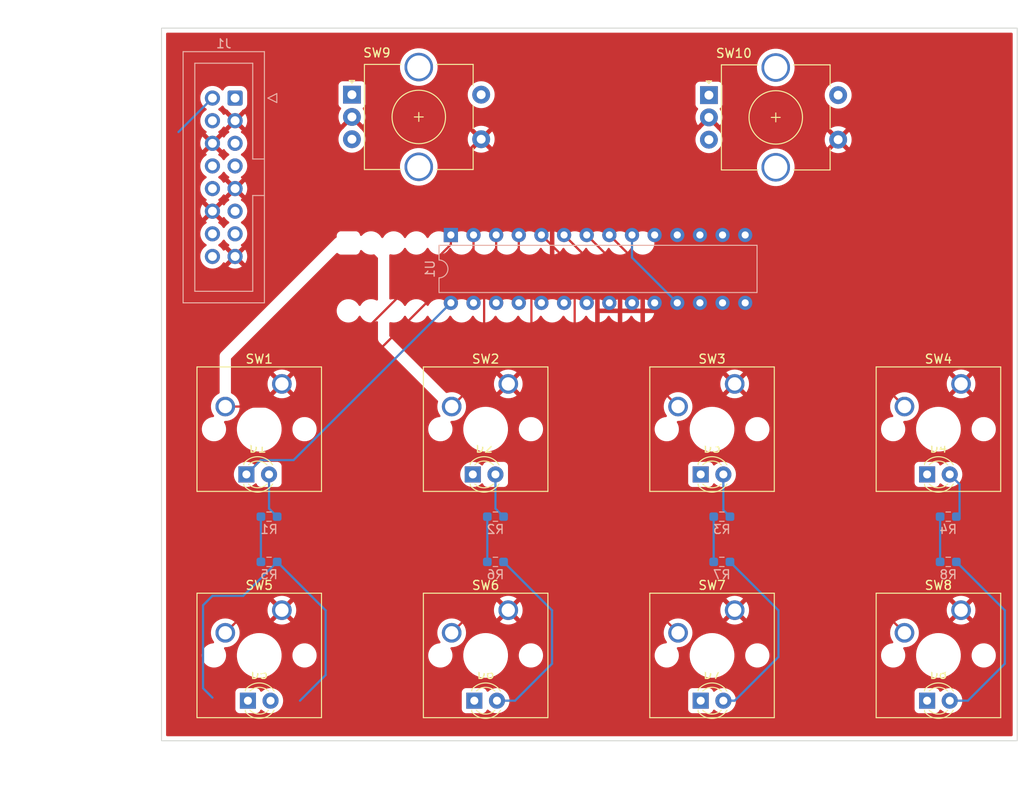
<source format=kicad_pcb>
(kicad_pcb (version 20211014) (generator pcbnew)
  (layers (0 "F.Cu" signal) (31 "B.Cu" signal) (34 "B.Paste" user) (35 "F.Paste" user) (36 "B.SilkS" user "B.Silkscreen") (37 "F.SilkS" user "F.Silkscreen") (38 "B.Mask" user) (39 "F.Mask" user) (44 "Edge.Cuts" user))
  (net 0 "")
  (net 1 "V5V")
  (net 2 "V3_3V")
  (net 3 "GND")
  (net 5 "SCL")
  (net 6 "SDA")
  (net 15 "A0")
  (net 16 "SW0")
  (net 17 "SW1")
  (net 18 "SW2")
  (net 19 "SW3")
  (net 20 "SW4")
  (net 21 "SW5")
  (net 22 "SW6")
  (net 23 "SW7")
  (net 24 "LED0")
  (net 25 "Net-(D1-Pad2)")
  (net 26 "Net-(D2-Pad2)")
  (net 27 "Net-(D3-Pad2)")
  (net 28 "Net-(D4-Pad2)")
  (net 29 "Net-(D5-Pad2)")
  (net 30 "Net-(D6-Pad2)")
  (net 31 "Net-(D7-Pad2)")
  (net 32 "Net-(D8-Pad2)")
  (net 33 "LED1")
  (net 34 "LED2")
  (net 35 "LED3")
  (net 36 "LED4")
  (net 37 "LED5")
  (net 38 "LED6")
  (net 39 "LED7")
  (net 40 "ROT1_A")
  (net 41 "ROT1_B")
  (net 42 "ROT1_SW")
  (net 43 "ROT2_A")
  (net 44 "ROT2_B")
  (net 45 "ROT2_SW")
  (footprint "Button_Switch_Keyboard:SW_Cherry_MX_1.00u_PCB" (layer "F.Cu") (at 242.74 68.92)
    (fp_text reference "SW4" (at -2.54 -2.794) (layer "F.SilkS"))
    (fp_text value "SW_Push")
    (fp_line (start -9.525 12.065) (end -9.525 -1.905) (layer "F.SilkS") (width 0.12))
    (fp_line (start 4.445 12.065) (end -9.525 12.065) (layer "F.SilkS") (width 0.12))
    (fp_line (start 4.445 -1.905) (end 4.445 12.065) (layer "F.SilkS") (width 0.12))
    (fp_line (start -9.525 -1.905) (end 4.445 -1.905) (layer "F.SilkS") (width 0.12))
    (pad "" np_thru_hole circle locked (at -2.54 5.08) (size 4 4) (drill 4) (layers *.Cu *.Mask))
    (pad "" np_thru_hole circle locked (at -7.62 5.08) (size 1.7 1.7) (drill 1.7) (layers *.Cu *.Mask))
    (pad "" np_thru_hole circle locked (at 2.54 5.08) (size 1.7 1.7) (drill 1.7) (layers *.Cu *.Mask))
    (pad "1" thru_hole circle locked (at 0 0) (size 2.2 2.2) (drill 1.5) (layers *.Cu *.Mask) (net 3 "GND"))
    (pad "2" thru_hole circle locked (at -6.35 2.54) (size 2.2 2.2) (drill 1.5) (layers *.Cu *.Mask) (net 19 "SW3"))
  )
  (footprint "LED_THT:LED_D3.0mm" (layer "F.Cu") (at 238.93 79.08)
    (fp_text reference "D4" (at 1.27 -2.96) (layer "F.SilkS"))
    (fp_text value "LED")
    (fp_line (start -0.29 1.08) (end -0.29 1.236) (layer "F.SilkS") (width 0.12))
    (fp_line (start -0.29 -1.236) (end -0.29 -1.08) (layer "F.SilkS") (width 0.12))
    (fp_arc (start 0.229039 -1.08) (mid 1.270117 -1.5) (end 2.31113 -1.079837) (layer "F.SilkS") (width 0.12))
    (fp_arc (start 2.31113 1.079837) (mid 1.270117 1.5) (end 0.229039 1.08) (layer "F.SilkS") (width 0.12))
    (fp_arc (start 2.942335 1.078608) (mid 1.366487 1.987659) (end -0.29 1.235516) (layer "F.SilkS") (width 0.12))
    (fp_arc (start -0.29 -1.235516) (mid 1.366487 -1.987659) (end 2.942335 -1.078608) (layer "F.SilkS") (width 0.12))
    (pad "1" thru_hole rect (at 0 0) (size 1.8 1.8) (drill 0.9) (layers *.Cu *.Mask) (net 35 "LED3"))
    (pad "2" thru_hole circle (at 2.54 0) (size 1.8 1.8) (drill 0.9) (layers *.Cu *.Mask) (net 28 "Net-(D4-Pad2)"))
  )
  (footprint "Button_Switch_Keyboard:SW_Cherry_MX_1.00u_PCB" (layer "F.Cu") (at 217.34 94.32)
    (fp_text reference "SW7" (at -2.54 -2.794) (layer "F.SilkS"))
    (fp_text value "SW_Push")
    (fp_line (start -9.525 -1.905) (end 4.445 -1.905) (layer "F.SilkS") (width 0.12))
    (fp_line (start 4.445 -1.905) (end 4.445 12.065) (layer "F.SilkS") (width 0.12))
    (fp_line (start -9.525 12.065) (end -9.525 -1.905) (layer "F.SilkS") (width 0.12))
    (fp_line (start 4.445 12.065) (end -9.525 12.065) (layer "F.SilkS") (width 0.12))
    (pad "" np_thru_hole circle locked (at 2.54 5.08) (size 1.7 1.7) (drill 1.7) (layers *.Cu *.Mask))
    (pad "" np_thru_hole circle locked (at -7.62 5.08) (size 1.7 1.7) (drill 1.7) (layers *.Cu *.Mask))
    (pad "" np_thru_hole circle locked (at -2.54 5.08) (size 4 4) (drill 4) (layers *.Cu *.Mask))
    (pad "1" thru_hole circle locked (at 0 0) (size 2.2 2.2) (drill 1.5) (layers *.Cu *.Mask) (net 3 "GND"))
    (pad "2" thru_hole circle locked (at -6.35 2.54) (size 2.2 2.2) (drill 1.5) (layers *.Cu *.Mask) (net 22 "SW6"))
  )
  (footprint "LED_THT:LED_D3.0mm" (layer "F.Cu") (at 162.56 79.08)
    (fp_text reference "D1" (at 1.27 -2.96) (layer "F.SilkS"))
    (fp_text value "LED")
    (fp_line (start -0.29 -1.236) (end -0.29 -1.08) (layer "F.SilkS") (width 0.12))
    (fp_line (start -0.29 1.08) (end -0.29 1.236) (layer "F.SilkS") (width 0.12))
    (fp_arc (start 2.31113 1.079837) (mid 1.270117 1.5) (end 0.229039 1.08) (layer "F.SilkS") (width 0.12))
    (fp_arc (start 0.229039 -1.08) (mid 1.270117 -1.5) (end 2.31113 -1.079837) (layer "F.SilkS") (width 0.12))
    (fp_arc (start -0.29 -1.235516) (mid 1.366487 -1.987659) (end 2.942335 -1.078608) (layer "F.SilkS") (width 0.12))
    (fp_arc (start 2.942335 1.078608) (mid 1.366487 1.987659) (end -0.29 1.235516) (layer "F.SilkS") (width 0.12))
    (pad "1" thru_hole rect (at 0 0) (size 1.8 1.8) (drill 0.9) (layers *.Cu *.Mask) (net 24 "LED0"))
    (pad "2" thru_hole circle (at 2.54 0) (size 1.8 1.8) (drill 0.9) (layers *.Cu *.Mask) (net 25 "Net-(D1-Pad2)"))
  )
  (footprint "LED_THT:LED_D3.0mm" (layer "F.Cu") (at 213.53 79.08)
    (fp_text reference "D3" (at 1.27 -2.96) (layer "F.SilkS"))
    (fp_text value "LED")
    (fp_line (start -0.29 1.08) (end -0.29 1.236) (layer "F.SilkS") (width 0.12))
    (fp_line (start -0.29 -1.236) (end -0.29 -1.08) (layer "F.SilkS") (width 0.12))
    (fp_arc (start 2.942335 1.078608) (mid 1.366487 1.987659) (end -0.29 1.235516) (layer "F.SilkS") (width 0.12))
    (fp_arc (start 0.229039 -1.08) (mid 1.270117 -1.5) (end 2.31113 -1.079837) (layer "F.SilkS") (width 0.12))
    (fp_arc (start 2.31113 1.079837) (mid 1.270117 1.5) (end 0.229039 1.08) (layer "F.SilkS") (width 0.12))
    (fp_arc (start -0.29 -1.235516) (mid 1.366487 -1.987659) (end 2.942335 -1.078608) (layer "F.SilkS") (width 0.12))
    (pad "1" thru_hole rect (at 0 0) (size 1.8 1.8) (drill 0.9) (layers *.Cu *.Mask) (net 34 "LED2"))
    (pad "2" thru_hole circle (at 2.54 0) (size 1.8 1.8) (drill 0.9) (layers *.Cu *.Mask) (net 27 "Net-(D3-Pad2)"))
  )
  (footprint "LED_THT:LED_D3.0mm" (layer "F.Cu") (at 162.73 104.48)
    (fp_text reference "D5" (at 1.27 -2.96) (layer "F.SilkS"))
    (fp_text value "LED")
    (fp_line (start -0.29 -1.236) (end -0.29 -1.08) (layer "F.SilkS") (width 0.12))
    (fp_line (start -0.29 1.08) (end -0.29 1.236) (layer "F.SilkS") (width 0.12))
    (fp_arc (start 0.229039 -1.08) (mid 1.270117 -1.5) (end 2.31113 -1.079837) (layer "F.SilkS") (width 0.12))
    (fp_arc (start 2.942335 1.078608) (mid 1.366487 1.987659) (end -0.29 1.235516) (layer "F.SilkS") (width 0.12))
    (fp_arc (start -0.29 -1.235516) (mid 1.366487 -1.987659) (end 2.942335 -1.078608) (layer "F.SilkS") (width 0.12))
    (fp_arc (start 2.31113 1.079837) (mid 1.270117 1.5) (end 0.229039 1.08) (layer "F.SilkS") (width 0.12))
    (pad "1" thru_hole rect (at 0 0) (size 1.8 1.8) (drill 0.9) (layers *.Cu *.Mask) (net 36 "LED4"))
    (pad "2" thru_hole circle (at 2.54 0) (size 1.8 1.8) (drill 0.9) (layers *.Cu *.Mask) (net 29 "Net-(D5-Pad2)"))
  )
  (footprint "Button_Switch_Keyboard:SW_Cherry_MX_1.00u_PCB" (layer "F.Cu") (at 166.54 68.92)
    (fp_text reference "SW1" (at -2.54 -2.794) (layer "F.SilkS"))
    (fp_text value "SW_Push")
    (fp_line (start 4.445 12.065) (end -9.525 12.065) (layer "F.SilkS") (width 0.12))
    (fp_line (start 4.445 -1.905) (end 4.445 12.065) (layer "F.SilkS") (width 0.12))
    (fp_line (start -9.525 -1.905) (end 4.445 -1.905) (layer "F.SilkS") (width 0.12))
    (fp_line (start -9.525 12.065) (end -9.525 -1.905) (layer "F.SilkS") (width 0.12))
    (pad "" np_thru_hole circle locked (at -7.62 5.08) (size 1.7 1.7) (drill 1.7) (layers *.Cu *.Mask))
    (pad "" np_thru_hole circle locked (at -2.54 5.08) (size 4 4) (drill 4) (layers *.Cu *.Mask))
    (pad "" np_thru_hole circle locked (at 2.54 5.08) (size 1.7 1.7) (drill 1.7) (layers *.Cu *.Mask))
    (pad "1" thru_hole circle locked (at 0 0) (size 2.2 2.2) (drill 1.5) (layers *.Cu *.Mask) (net 3 "GND"))
    (pad "2" thru_hole circle locked (at -6.35 2.54) (size 2.2 2.2) (drill 1.5) (layers *.Cu *.Mask) (net 16 "SW0"))
  )
  (footprint "Button_Switch_Keyboard:SW_Cherry_MX_1.00u_PCB" (layer "F.Cu") (at 166.54 94.32)
    (fp_text reference "SW5" (at -2.54 -2.794) (layer "F.SilkS"))
    (fp_text value "SW_Push")
    (fp_line (start 4.445 -1.905) (end 4.445 12.065) (layer "F.SilkS") (width 0.12))
    (fp_line (start -9.525 -1.905) (end 4.445 -1.905) (layer "F.SilkS") (width 0.12))
    (fp_line (start 4.445 12.065) (end -9.525 12.065) (layer "F.SilkS") (width 0.12))
    (fp_line (start -9.525 12.065) (end -9.525 -1.905) (layer "F.SilkS") (width 0.12))
    (pad "" np_thru_hole circle locked (at -2.54 5.08) (size 4 4) (drill 4) (layers *.Cu *.Mask))
    (pad "" np_thru_hole circle locked (at 2.54 5.08) (size 1.7 1.7) (drill 1.7) (layers *.Cu *.Mask))
    (pad "" np_thru_hole circle locked (at -7.62 5.08) (size 1.7 1.7) (drill 1.7) (layers *.Cu *.Mask))
    (pad "1" thru_hole circle locked (at 0 0) (size 2.2 2.2) (drill 1.5) (layers *.Cu *.Mask) (net 3 "GND"))
    (pad "2" thru_hole circle locked (at -6.35 2.54) (size 2.2 2.2) (drill 1.5) (layers *.Cu *.Mask) (net 20 "SW4"))
  )
  (footprint "Button_Switch_Keyboard:SW_Cherry_MX_1.00u_PCB" (layer "F.Cu") (at 217.34 68.92)
    (fp_text reference "SW3" (at -2.54 -2.794) (layer "F.SilkS"))
    (fp_text value "SW_Push")
    (fp_line (start -9.525 12.065) (end -9.525 -1.905) (layer "F.SilkS") (width 0.12))
    (fp_line (start -9.525 -1.905) (end 4.445 -1.905) (layer "F.SilkS") (width 0.12))
    (fp_line (start 4.445 12.065) (end -9.525 12.065) (layer "F.SilkS") (width 0.12))
    (fp_line (start 4.445 -1.905) (end 4.445 12.065) (layer "F.SilkS") (width 0.12))
    (pad "" np_thru_hole circle locked (at -7.62 5.08) (size 1.7 1.7) (drill 1.7) (layers *.Cu *.Mask))
    (pad "" np_thru_hole circle locked (at -2.54 5.08) (size 4 4) (drill 4) (layers *.Cu *.Mask))
    (pad "" np_thru_hole circle locked (at 2.54 5.08) (size 1.7 1.7) (drill 1.7) (layers *.Cu *.Mask))
    (pad "1" thru_hole circle locked (at 0 0) (size 2.2 2.2) (drill 1.5) (layers *.Cu *.Mask) (net 3 "GND"))
    (pad "2" thru_hole circle locked (at -6.35 2.54) (size 2.2 2.2) (drill 1.5) (layers *.Cu *.Mask) (net 18 "SW2"))
  )
  (footprint "LED_THT:LED_D3.0mm" (layer "F.Cu") (at 213.53 104.48)
    (fp_text reference "D7" (at 1.27 -2.96) (layer "F.SilkS"))
    (fp_text value "LED")
    (fp_line (start -0.29 1.08) (end -0.29 1.236) (layer "F.SilkS") (width 0.12))
    (fp_line (start -0.29 -1.236) (end -0.29 -1.08) (layer "F.SilkS") (width 0.12))
    (fp_arc (start 2.942335 1.078608) (mid 1.366487 1.987659) (end -0.29 1.235516) (layer "F.SilkS") (width 0.12))
    (fp_arc (start -0.29 -1.235516) (mid 1.366487 -1.987659) (end 2.942335 -1.078608) (layer "F.SilkS") (width 0.12))
    (fp_arc (start 2.31113 1.079837) (mid 1.270117 1.5) (end 0.229039 1.08) (layer "F.SilkS") (width 0.12))
    (fp_arc (start 0.229039 -1.08) (mid 1.270117 -1.5) (end 2.31113 -1.079837) (layer "F.SilkS") (width 0.12))
    (pad "1" thru_hole rect (at 0 0) (size 1.8 1.8) (drill 0.9) (layers *.Cu *.Mask) (net 38 "LED6"))
    (pad "2" thru_hole circle (at 2.54 0) (size 1.8 1.8) (drill 0.9) (layers *.Cu *.Mask) (net 31 "Net-(D7-Pad2)"))
  )
  (footprint "LED_THT:LED_D3.0mm" (layer "F.Cu") (at 187.96 79.08)
    (fp_text reference "D2" (at 1.27 -2.96) (layer "F.SilkS"))
    (fp_text value "LED")
    (fp_line (start -0.29 1.08) (end -0.29 1.236) (layer "F.SilkS") (width 0.12))
    (fp_line (start -0.29 -1.236) (end -0.29 -1.08) (layer "F.SilkS") (width 0.12))
    (fp_arc (start -0.29 -1.235516) (mid 1.366487 -1.987659) (end 2.942335 -1.078608) (layer "F.SilkS") (width 0.12))
    (fp_arc (start 0.229039 -1.08) (mid 1.270117 -1.5) (end 2.31113 -1.079837) (layer "F.SilkS") (width 0.12))
    (fp_arc (start 2.31113 1.079837) (mid 1.270117 1.5) (end 0.229039 1.08) (layer "F.SilkS") (width 0.12))
    (fp_arc (start 2.942335 1.078608) (mid 1.366487 1.987659) (end -0.29 1.235516) (layer "F.SilkS") (width 0.12))
    (pad "1" thru_hole rect (at 0 0) (size 1.8 1.8) (drill 0.9) (layers *.Cu *.Mask) (net 33 "LED1"))
    (pad "2" thru_hole circle (at 2.54 0) (size 1.8 1.8) (drill 0.9) (layers *.Cu *.Mask) (net 26 "Net-(D2-Pad2)"))
  )
  (footprint "Button_Switch_Keyboard:SW_Cherry_MX_1.00u_PCB" (layer "F.Cu") (at 191.94 94.32)
    (fp_text reference "SW6" (at -2.54 -2.794) (layer "F.SilkS"))
    (fp_text value "SW_Push")
    (fp_line (start 4.445 -1.905) (end 4.445 12.065) (layer "F.SilkS") (width 0.12))
    (fp_line (start -9.525 12.065) (end -9.525 -1.905) (layer "F.SilkS") (width 0.12))
    (fp_line (start 4.445 12.065) (end -9.525 12.065) (layer "F.SilkS") (width 0.12))
    (fp_line (start -9.525 -1.905) (end 4.445 -1.905) (layer "F.SilkS") (width 0.12))
    (pad "" np_thru_hole circle locked (at -7.62 5.08) (size 1.7 1.7) (drill 1.7) (layers *.Cu *.Mask))
    (pad "" np_thru_hole circle locked (at -2.54 5.08) (size 4 4) (drill 4) (layers *.Cu *.Mask))
    (pad "" np_thru_hole circle locked (at 2.54 5.08) (size 1.7 1.7) (drill 1.7) (layers *.Cu *.Mask))
    (pad "1" thru_hole circle locked (at 0 0) (size 2.2 2.2) (drill 1.5) (layers *.Cu *.Mask) (net 3 "GND"))
    (pad "2" thru_hole circle locked (at -6.35 2.54) (size 2.2 2.2) (drill 1.5) (layers *.Cu *.Mask) (net 21 "SW5"))
  )
  (footprint "Rotary_Encoder:RotaryEncoder_Alps_EC11E-Switch_Vertical_H20mm_CircularMountingHoles" (layer "F.Cu") (at 174.4 36.45)
    (fp_text reference "SW9" (at 2.8 -4.7) (layer "F.SilkS"))
    (fp_text value "RotaryEncoder_Switch")
    (fp_line (start 7 2.5) (end 8 2.5) (layer "F.SilkS") (width 0.12))
    (fp_line (start 5.5 8.4) (end 1.4 8.4) (layer "F.SilkS") (width 0.12))
    (fp_line (start 13.6 8.4) (end 9.5 8.4) (layer "F.SilkS") (width 0.12))
    (fp_line (start 0.3 -1.6) (end 0 -1.3) (layer "F.SilkS") (width 0.12))
    (fp_line (start 13.6 6) (end 13.6 8.4) (layer "F.SilkS") (width 0.12))
    (fp_line (start 7.5 2) (end 7.5 3) (layer "F.SilkS") (width 0.12))
    (fp_line (start 5.5 -3.4) (end 1.4 -3.4) (layer "F.SilkS") (width 0.12))
    (fp_line (start 0 -1.3) (end -0.3 -1.6) (layer "F.SilkS") (width 0.12))
    (fp_line (start 13.6 -3.4) (end 13.6 -1) (layer "F.SilkS") (width 0.12))
    (fp_line (start 13.6 1.2) (end 13.6 3.8) (layer "F.SilkS") (width 0.12))
    (fp_line (start -0.3 -1.6) (end 0.3 -1.6) (layer "F.SilkS") (width 0.12))
    (fp_line (start 1.4 -3.4) (end 1.4 8.4) (layer "F.SilkS") (width 0.12))
    (fp_line (start 9.5 -3.4) (end 13.6 -3.4) (layer "F.SilkS") (width 0.12))
    (fp_circle (center 7.5 2.5) (end 10.5 2.5) (layer "F.SilkS") (width 0.12) (fill none))
    (pad "A" thru_hole rect (at 0 0) (size 2 2) (drill 1) (layers *.Cu *.Mask) (net 40 "ROT1_A"))
    (pad "B" thru_hole circle (at 0 5) (size 2 2) (drill 1) (layers *.Cu *.Mask) (net 41 "ROT1_B"))
    (pad "C" thru_hole circle (at 0 2.5) (size 2 2) (drill 1) (layers *.Cu *.Mask) (net 3 "GND"))
    (pad "MP" thru_hole circle (at 7.5 -3.1) (size 3.2 3.2) (drill 2.6) (layers *.Cu *.Mask))
    (pad "MP" thru_hole circle (at 7.5 8.1) (size 3.2 3.2) (drill 2.6) (layers *.Cu *.Mask))
    (pad "S1" thru_hole circle (at 14.5 5) (size 2 2) (drill 1) (layers *.Cu *.Mask) (net 3 "GND"))
    (pad "S2" thru_hole circle (at 14.5 0) (size 2 2) (drill 1) (layers *.Cu *.Mask) (net 42 "ROT1_SW"))
  )
  (footprint "LED_THT:LED_D3.0mm" (layer "F.Cu") (at 238.93 104.48)
    (fp_text reference "D8" (at 1.27 -2.96) (layer "F.SilkS"))
    (fp_text value "LED")
    (fp_line (start -0.29 1.08) (end -0.29 1.236) (layer "F.SilkS") (width 0.12))
    (fp_line (start -0.29 -1.236) (end -0.29 -1.08) (layer "F.SilkS") (width 0.12))
    (fp_arc (start 0.229039 -1.08) (mid 1.270117 -1.5) (end 2.31113 -1.079837) (layer "F.SilkS") (width 0.12))
    (fp_arc (start 2.942335 1.078608) (mid 1.366487 1.987659) (end -0.29 1.235516) (layer "F.SilkS") (width 0.12))
    (fp_arc (start -0.29 -1.235516) (mid 1.366487 -1.987659) (end 2.942335 -1.078608) (layer "F.SilkS") (width 0.12))
    (fp_arc (start 2.31113 1.079837) (mid 1.270117 1.5) (end 0.229039 1.08) (layer "F.SilkS") (width 0.12))
    (pad "1" thru_hole rect (at 0 0) (size 1.8 1.8) (drill 0.9) (layers *.Cu *.Mask) (net 39 "LED7"))
    (pad "2" thru_hole circle (at 2.54 0) (size 1.8 1.8) (drill 0.9) (layers *.Cu *.Mask) (net 32 "Net-(D8-Pad2)"))
  )
  (footprint "Button_Switch_Keyboard:SW_Cherry_MX_1.00u_PCB" (layer "F.Cu") (at 191.94 68.92)
    (fp_text reference "SW2" (at -2.54 -2.794) (layer "F.SilkS"))
    (fp_text value "SW_Push")
    (fp_line (start 4.445 -1.905) (end 4.445 12.065) (layer "F.SilkS") (width 0.12))
    (fp_line (start -9.525 12.065) (end -9.525 -1.905) (layer "F.SilkS") (width 0.12))
    (fp_line (start -9.525 -1.905) (end 4.445 -1.905) (layer "F.SilkS") (width 0.12))
    (fp_line (start 4.445 12.065) (end -9.525 12.065) (layer "F.SilkS") (width 0.12))
    (pad "" np_thru_hole circle locked (at -7.62 5.08) (size 1.7 1.7) (drill 1.7) (layers *.Cu *.Mask))
    (pad "" np_thru_hole circle locked (at -2.54 5.08) (size 4 4) (drill 4) (layers *.Cu *.Mask))
    (pad "" np_thru_hole circle locked (at 2.54 5.08) (size 1.7 1.7) (drill 1.7) (layers *.Cu *.Mask))
    (pad "1" thru_hole circle locked (at 0 0) (size 2.2 2.2) (drill 1.5) (layers *.Cu *.Mask) (net 3 "GND"))
    (pad "2" thru_hole circle locked (at -6.35 2.54) (size 2.2 2.2) (drill 1.5) (layers *.Cu *.Mask) (net 17 "SW1"))
  )
  (footprint "Button_Switch_Keyboard:SW_Cherry_MX_1.00u_PCB" (layer "F.Cu") (at 242.74 94.32)
    (fp_text reference "SW8" (at -2.54 -2.794) (layer "F.SilkS"))
    (fp_text value "SW_Push")
    (fp_line (start -9.525 -1.905) (end 4.445 -1.905) (layer "F.SilkS") (width 0.12))
    (fp_line (start 4.445 12.065) (end -9.525 12.065) (layer "F.SilkS") (width 0.12))
    (fp_line (start 4.445 -1.905) (end 4.445 12.065) (layer "F.SilkS") (width 0.12))
    (fp_line (start -9.525 12.065) (end -9.525 -1.905) (layer "F.SilkS") (width 0.12))
    (pad "" np_thru_hole circle locked (at 2.54 5.08) (size 1.7 1.7) (drill 1.7) (layers *.Cu *.Mask))
    (pad "" np_thru_hole circle locked (at -2.54 5.08) (size 4 4) (drill 4) (layers *.Cu *.Mask))
    (pad "" np_thru_hole circle locked (at -7.62 5.08) (size 1.7 1.7) (drill 1.7) (layers *.Cu *.Mask))
    (pad "1" thru_hole circle locked (at 0 0) (size 2.2 2.2) (drill 1.5) (layers *.Cu *.Mask) (net 3 "GND"))
    (pad "2" thru_hole circle locked (at -6.35 2.54) (size 2.2 2.2) (drill 1.5) (layers *.Cu *.Mask) (net 23 "SW7"))
  )
  (footprint "LED_THT:LED_D3.0mm" (layer "F.Cu") (at 188.13 104.48)
    (fp_text reference "D6" (at 1.27 -2.96) (layer "F.SilkS"))
    (fp_text value "LED")
    (fp_line (start -0.29 1.08) (end -0.29 1.236) (layer "F.SilkS") (width 0.12))
    (fp_line (start -0.29 -1.236) (end -0.29 -1.08) (layer "F.SilkS") (width 0.12))
    (fp_arc (start 2.31113 1.079837) (mid 1.270117 1.5) (end 0.229039 1.08) (layer "F.SilkS") (width 0.12))
    (fp_arc (start 0.229039 -1.08) (mid 1.270117 -1.5) (end 2.31113 -1.079837) (layer "F.SilkS") (width 0.12))
    (fp_arc (start -0.29 -1.235516) (mid 1.366487 -1.987659) (end 2.942335 -1.078608) (layer "F.SilkS") (width 0.12))
    (fp_arc (start 2.942335 1.078608) (mid 1.366487 1.987659) (end -0.29 1.235516) (layer "F.SilkS") (width 0.12))
    (pad "1" thru_hole rect (at 0 0) (size 1.8 1.8) (drill 0.9) (layers *.Cu *.Mask) (net 37 "LED5"))
    (pad "2" thru_hole circle (at 2.54 0) (size 1.8 1.8) (drill 0.9) (layers *.Cu *.Mask) (net 30 "Net-(D6-Pad2)"))
  )
  (footprint "Rotary_Encoder:RotaryEncoder_Alps_EC11E-Switch_Vertical_H20mm_CircularMountingHoles" (layer "F.Cu") (at 214.45 36.5)
    (fp_text reference "SW10" (at 2.8 -4.7) (layer "F.SilkS"))
    (fp_text value "RotaryEncoder_Switch")
    (fp_line (start 7.5 2) (end 7.5 3) (layer "F.SilkS") (width 0.12))
    (fp_line (start 5.5 8.4) (end 1.4 8.4) (layer "F.SilkS") (width 0.12))
    (fp_line (start 1.4 -3.4) (end 1.4 8.4) (layer "F.SilkS") (width 0.12))
    (fp_line (start 0.3 -1.6) (end 0 -1.3) (layer "F.SilkS") (width 0.12))
    (fp_line (start -0.3 -1.6) (end 0.3 -1.6) (layer "F.SilkS") (width 0.12))
    (fp_line (start 13.6 -3.4) (end 13.6 -1) (layer "F.SilkS") (width 0.12))
    (fp_line (start 0 -1.3) (end -0.3 -1.6) (layer "F.SilkS") (width 0.12))
    (fp_line (start 5.5 -3.4) (end 1.4 -3.4) (layer "F.SilkS") (width 0.12))
    (fp_line (start 13.6 8.4) (end 9.5 8.4) (layer "F.SilkS") (width 0.12))
    (fp_line (start 13.6 6) (end 13.6 8.4) (layer "F.SilkS") (width 0.12))
    (fp_line (start 13.6 1.2) (end 13.6 3.8) (layer "F.SilkS") (width 0.12))
    (fp_line (start 9.5 -3.4) (end 13.6 -3.4) (layer "F.SilkS") (width 0.12))
    (fp_line (start 7 2.5) (end 8 2.5) (layer "F.SilkS") (width 0.12))
    (fp_circle (center 7.5 2.5) (end 10.5 2.5) (layer "F.SilkS") (width 0.12) (fill none))
    (pad "A" thru_hole rect (at 0 0) (size 2 2) (drill 1) (layers *.Cu *.Mask) (net 43 "ROT2_A"))
    (pad "B" thru_hole circle (at 0 5) (size 2 2) (drill 1) (layers *.Cu *.Mask) (net 44 "ROT2_B"))
    (pad "C" thru_hole circle (at 0 2.5) (size 2 2) (drill 1) (layers *.Cu *.Mask) (net 3 "GND"))
    (pad "MP" thru_hole circle (at 7.5 8.1) (size 3.2 3.2) (drill 2.6) (layers *.Cu *.Mask))
    (pad "MP" thru_hole circle (at 7.5 -3.1) (size 3.2 3.2) (drill 2.6) (layers *.Cu *.Mask))
    (pad "S1" thru_hole circle (at 14.5 5) (size 2 2) (drill 1) (layers *.Cu *.Mask) (net 3 "GND"))
    (pad "S2" thru_hole circle (at 14.5 0) (size 2 2) (drill 1) (layers *.Cu *.Mask) (net 45 "ROT2_SW"))
  )
  (footprint "Resistor_SMD:R_0603_1608Metric_Pad0.98x0.95mm_HandSolder" (layer "B.Cu") (at 241.3 83.82)
    (fp_text reference "R4" (at 0 1.43) (layer "B.SilkS") (effects (justify mirror)))
    (fp_text value "R_Small")
    (fp_line (start -0.254724 0.5225) (end 0.254724 0.5225) (layer "B.SilkS") (width 0.12))
    (fp_line (start -0.254724 -0.5225) (end 0.254724 -0.5225) (layer "B.SilkS") (width 0.12))
    (pad "1" smd roundrect (at -0.9125 0) (size 0.975 0.95) (layers "B.Cu" "B.Paste" "B.Mask") (net 2 "V3_3V"))
    (pad "2" smd roundrect (at 0.9125 0) (size 0.975 0.95) (layers "B.Cu" "B.Paste" "B.Mask") (net 28 "Net-(D4-Pad2)"))
  )
  (footprint "Resistor_SMD:R_0603_1608Metric_Pad0.98x0.95mm_HandSolder" (layer "B.Cu") (at 190.5 88.9)
    (fp_text reference "R6" (at 0 1.43) (layer "B.SilkS") (effects (justify mirror)))
    (fp_text value "R_Small")
    (fp_line (start -0.254724 -0.5225) (end 0.254724 -0.5225) (layer "B.SilkS") (width 0.12))
    (fp_line (start -0.254724 0.5225) (end 0.254724 0.5225) (layer "B.SilkS") (width 0.12))
    (pad "1" smd roundrect (at -0.9125 0) (size 0.975 0.95) (layers "B.Cu" "B.Paste" "B.Mask") (net 2 "V3_3V"))
    (pad "2" smd roundrect (at 0.9125 0) (size 0.975 0.95) (layers "B.Cu" "B.Paste" "B.Mask") (net 30 "Net-(D6-Pad2)"))
  )
  (footprint "Resistor_SMD:R_0603_1608Metric_Pad0.98x0.95mm_HandSolder" (layer "B.Cu") (at 241.3 88.9)
    (fp_text reference "R8" (at 0 1.43) (layer "B.SilkS") (effects (justify mirror)))
    (fp_text value "R_Small")
    (fp_line (start -0.254724 -0.5225) (end 0.254724 -0.5225) (layer "B.SilkS") (width 0.12))
    (fp_line (start -0.254724 0.5225) (end 0.254724 0.5225) (layer "B.SilkS") (width 0.12))
    (pad "1" smd roundrect (at -0.9125 0) (size 0.975 0.95) (layers "B.Cu" "B.Paste" "B.Mask") (net 2 "V3_3V"))
    (pad "2" smd roundrect (at 0.9125 0) (size 0.975 0.95) (layers "B.Cu" "B.Paste" "B.Mask") (net 32 "Net-(D8-Pad2)"))
  )
  (footprint "Resistor_SMD:R_0603_1608Metric_Pad0.98x0.95mm_HandSolder" (layer "B.Cu") (at 215.9 88.9)
    (fp_text reference "R7" (at 0 1.43) (layer "B.SilkS") (effects (justify mirror)))
    (fp_text value "R_Small")
    (fp_line (start -0.254724 -0.5225) (end 0.254724 -0.5225) (layer "B.SilkS") (width 0.12))
    (fp_line (start -0.254724 0.5225) (end 0.254724 0.5225) (layer "B.SilkS") (width 0.12))
    (pad "1" smd roundrect (at -0.9125 0) (size 0.975 0.95) (layers "B.Cu" "B.Paste" "B.Mask") (net 2 "V3_3V"))
    (pad "2" smd roundrect (at 0.9125 0) (size 0.975 0.95) (layers "B.Cu" "B.Paste" "B.Mask") (net 31 "Net-(D7-Pad2)"))
  )
  (footprint "Resistor_SMD:R_0603_1608Metric_Pad0.98x0.95mm_HandSolder" (layer "B.Cu") (at 165.1 83.82)
    (fp_text reference "R1" (at 0 1.43) (layer "B.SilkS") (effects (justify mirror)))
    (fp_text value "R_Small")
    (fp_line (start -0.254724 0.5225) (end 0.254724 0.5225) (layer "B.SilkS") (width 0.12))
    (fp_line (start -0.254724 -0.5225) (end 0.254724 -0.5225) (layer "B.SilkS") (width 0.12))
    (pad "1" smd roundrect (at -0.9125 0) (size 0.975 0.95) (layers "B.Cu" "B.Paste" "B.Mask") (net 2 "V3_3V"))
    (pad "2" smd roundrect (at 0.9125 0) (size 0.975 0.95) (layers "B.Cu" "B.Paste" "B.Mask") (net 25 "Net-(D1-Pad2)"))
  )
  (footprint "Connector_IDC:IDC-Header_2x08_P2.54mm_Vertical" (layer "B.Cu") (at 161.29 36.83 180)
    (fp_text reference "J1" (at 1.27 6.1) (layer "B.SilkS") (effects (justify mirror)))
    (fp_text value "Conn_01x16")
    (fp_line (start -1.98 3.91) (end 4.52 3.91) (layer "B.SilkS") (width 0.12))
    (fp_line (start -3.29 -22.99) (end -3.29 5.21) (layer "B.SilkS") (width 0.12))
    (fp_line (start -1.98 -10.94) (end -3.29 -10.94) (layer "B.SilkS") (width 0.12))
    (fp_line (start -1.98 -6.84) (end -1.98 3.91) (layer "B.SilkS") (width 0.12))
    (fp_line (start -3.29 -6.84) (end -1.98 -6.84) (layer "B.SilkS") (width 0.12))
    (fp_line (start 4.52 3.91) (end 4.52 -21.69) (layer "B.SilkS") (width 0.12))
    (fp_line (start -3.29 5.21) (end 5.83 5.21) (layer "B.SilkS") (width 0.12))
    (fp_line (start 5.83 -22.99) (end -3.29 -22.99) (layer "B.SilkS") (width 0.12))
    (fp_line (start 5.83 5.21) (end 5.83 -22.99) (layer "B.SilkS") (width 0.12))
    (fp_line (start -4.68 0.5) (end -4.68 -0.5) (layer "B.SilkS") (width 0.12))
    (fp_line (start -1.98 -10.94) (end -1.98 -10.94) (layer "B.SilkS") (width 0.12))
    (fp_line (start -1.98 -21.69) (end -1.98 -10.94) (layer "B.SilkS") (width 0.12))
    (fp_line (start -4.68 -0.5) (end -3.68 0) (layer "B.SilkS") (width 0.12))
    (fp_line (start 4.52 -21.69) (end -1.98 -21.69) (layer "B.SilkS") (width 0.12))
    (fp_line (start -3.68 0) (end -4.68 0.5) (layer "B.SilkS") (width 0.12))
    (pad "1" thru_hole roundrect (at 0 0 180) (size 1.7 1.7) (drill 1) (layers *.Cu *.Mask) (roundrect_rratio 0.147059) (net 1 "V5V"))
    (pad "2" thru_hole circle (at 2.54 0 180) (size 1.7 1.7) (drill 1) (layers *.Cu *.Mask) (net 2 "V3_3V"))
    (pad "3" thru_hole circle (at 0 -2.54 180) (size 1.7 1.7) (drill 1) (layers *.Cu *.Mask) (net 3 "GND"))
    (pad "4" thru_hole circle (at 2.54 -2.54 180) (size 1.7 1.7) (drill 1) (layers *.Cu *.Mask) (net 6 "SDA"))
    (pad "5" thru_hole circle (at 0 -5.08 180) (size 1.7 1.7) (drill 1) (layers *.Cu *.Mask) (net 5 "SCL"))
    (pad "6" thru_hole circle (at 2.54 -5.08 180) (size 1.7 1.7) (drill 1) (layers *.Cu *.Mask) (net 3 "GND"))
    (pad "7" thru_hole circle (at 0 -7.62 180) (size 1.7 1.7) (drill 1) (layers *.Cu *.Mask))
    (pad "8" thru_hole circle (at 2.54 -7.62 180) (size 1.7 1.7) (drill 1) (layers *.Cu *.Mask))
    (pad "9" thru_hole circle (at 0 -10.16 180) (size 1.7 1.7) (drill 1) (layers *.Cu *.Mask) (net 3 "GND"))
    (pad "10" thru_hole circle (at 2.54 -10.16 180) (size 1.7 1.7) (drill 1) (layers *.Cu *.Mask))
    (pad "11" thru_hole circle (at 0 -12.7 180) (size 1.7 1.7) (drill 1) (layers *.Cu *.Mask))
    (pad "12" thru_hole circle (at 2.54 -12.7 180) (size 1.7 1.7) (drill 1) (layers *.Cu *.Mask) (net 3 "GND"))
    (pad "13" thru_hole circle (at 0 -15.24 180) (size 1.7 1.7) (drill 1) (layers *.Cu *.Mask))
    (pad "14" thru_hole circle (at 2.54 -15.24 180) (size 1.7 1.7) (drill 1) (layers *.Cu *.Mask))
    (pad "15" thru_hole circle (at 0 -17.78 180) (size 1.7 1.7) (drill 1) (layers *.Cu *.Mask) (net 3 "GND"))
    (pad "16" thru_hole circle (at 2.54 -17.78 180) (size 1.7 1.7) (drill 1) (layers *.Cu *.Mask) (net 15 "A0"))
  )
  (footprint "Package_DIP:DIP-28_W7.62mm" (layer "B.Cu") (at 185.5 52.2 -90)
    (fp_text reference "U1" (at 3.81 2.33 90) (layer "B.SilkS") (effects (justify mirror)))
    (fp_text value "MCP23017_SP")
    (fp_line (start 1.16 1.33) (end 1.16 -34.35) (layer "B.SilkS") (width 0.12))
    (fp_line (start 6.46 1.33) (end 4.81 1.33) (layer "B.SilkS") (width 0.12))
    (fp_line (start 6.46 -34.35) (end 6.46 1.33) (layer "B.SilkS") (width 0.12))
    (fp_line (start 1.16 -34.35) (end 6.46 -34.35) (layer "B.SilkS") (width 0.12))
    (fp_line (start 2.81 1.33) (end 1.16 1.33) (layer "B.SilkS") (width 0.12))
    (fp_arc (start 2.81 1.33) (mid 3.81 0.33) (end 4.81 1.33) (layer "B.SilkS") (width 0.12))
    (pad "1" thru_hole rect (at 0 0 270) (size 1.6 1.6) (drill 0.8) (layers *.Cu *.Mask) (net 16 "SW0"))
    (pad "2" thru_hole oval (at 0 -2.54 270) (size 1.6 1.6) (drill 0.8) (layers *.Cu *.Mask) (net 20 "SW4"))
    (pad "3" thru_hole oval (at 0 -5.08 270) (size 1.6 1.6) (drill 0.8) (layers *.Cu *.Mask) (net 17 "SW1"))
    (pad "4" thru_hole oval (at 0 -7.62 270) (size 1.6 1.6) (drill 0.8) (layers *.Cu *.Mask) (net 21 "SW5"))
    (pad "5" thru_hole oval (at 0 -10.16 270) (size 1.6 1.6) (drill 0.8) (layers *.Cu *.Mask) (net 22 "SW6"))
    (pad "6" thru_hole oval (at 0 -12.7 270) (size 1.6 1.6) (drill 0.8) (layers *.Cu *.Mask) (net 18 "SW2"))
    (pad "7" thru_hole oval (at 0 -15.24 270) (size 1.6 1.6) (drill 0.8) (layers *.Cu *.Mask) (net 23 "SW7"))
    (pad "8" thru_hole oval (at 0 -17.78 270) (size 1.6 1.6) (drill 0.8) (layers *.Cu *.Mask) (net 19 "SW3"))
    (pad "9" thru_hole oval (at 0 -20.32 270) (size 1.6 1.6) (drill 0.8) (layers *.Cu *.Mask) (net 2 "V3_3V"))
    (pad "10" thru_hole oval (at 0 -22.86 270) (size 1.6 1.6) (drill 0.8) (layers *.Cu *.Mask) (net 3 "GND"))
    (pad "11" thru_hole oval (at 0 -25.4 270) (size 1.6 1.6) (drill 0.8) (layers *.Cu *.Mask))
    (pad "12" thru_hole oval (at 0 -27.94 270) (size 1.6 1.6) (drill 0.8) (layers *.Cu *.Mask) (net 5 "SCL"))
    (pad "13" thru_hole oval (at 0 -30.48 270) (size 1.6 1.6) (drill 0.8) (layers *.Cu *.Mask) (net 6 "SDA"))
    (pad "14" thru_hole oval (at 0 -33.02 270) (size 1.6 1.6) (drill 0.8) (layers *.Cu *.Mask))
    (pad "15" thru_hole oval (at 7.62 -33.02 270) (size 1.6 1.6) (drill 0.8) (layers *.Cu *.Mask) (net 3 "GND"))
    (pad "16" thru_hole oval (at 7.62 -30.48 270) (size 1.6 1.6) (drill 0.8) (layers *.Cu *.Mask) (net 3 "GND"))
    (pad "17" thru_hole oval (at 7.62 -27.94 270) (size 1.6 1.6) (drill 0.8) (layers *.Cu *.Mask) (net 3 "GND"))
    (pad "18" thru_hole oval (at 7.62 -25.4 270) (size 1.6 1.6) (drill 0.8) (layers *.Cu *.Mask) (net 2 "V3_3V"))
    (pad "19" thru_hole oval (at 7.62 -22.86 270) (size 1.6 1.6) (drill 0.8) (layers *.Cu *.Mask))
    (pad "20" thru_hole oval (at 7.62 -20.32 270) (size 1.6 1.6) (drill 0.8) (layers *.Cu *.Mask) (net 15 "A0"))
    (pad "21" thru_hole oval (at 7.62 -17.78 270) (size 1.6 1.6) (drill 0.8) (layers *.Cu *.Mask) (net 39 "LED7"))
    (pad "22" thru_hole oval (at 7.62 -15.24 270) (size 1.6 1.6) (drill 0.8) (layers *.Cu *.Mask) (net 33 "LED1"))
    (pad "23" thru_hole oval (at 7.62 -12.7 270) (size 1.6 1.6) (drill 0.8) (layers *.Cu *.Mask) (net 34 "LED2"))
    (pad "24" thru_hole oval (at 7.62 -10.16 270) (size 1.6 1.6) (drill 0.8) (layers *.Cu *.Mask) (net 35 "LED3"))
    (pad "25" thru_hole oval (at 7.62 -7.62 270) (size 1.6 1.6) (drill 0.8) (layers *.Cu *.Mask) (net 36 "LED4"))
    (pad "26" thru_hole oval (at 7.62 -5.08 270) (size 1.6 1.6) (drill 0.8) (layers *.Cu *.Mask) (net 37 "LED5"))
    (pad "27" thru_hole oval (at 7.62 -2.54 270) (size 1.6 1.6) (drill 0.8) (layers *.Cu *.Mask) (net 38 "LED6"))
    (pad "28" thru_hole oval (at 7.62 0 270) (size 1.6 1.6) (drill 0.8) (layers *.Cu *.Mask) (net 24 "LED0"))
  )
  (footprint "Resistor_SMD:R_0603_1608Metric_Pad0.98x0.95mm_HandSolder" (layer "B.Cu") (at 190.5 83.82)
    (fp_text reference "R2" (at 0 1.43) (layer "B.SilkS") (effects (justify mirror)))
    (fp_text value "R_Small")
    (fp_line (start -0.254724 -0.5225) (end 0.254724 -0.5225) (layer "B.SilkS") (width 0.12))
    (fp_line (start -0.254724 0.5225) (end 0.254724 0.5225) (layer "B.SilkS") (width 0.12))
    (pad "1" smd roundrect (at -0.9125 0) (size 0.975 0.95) (layers "B.Cu" "B.Paste" "B.Mask") (net 2 "V3_3V"))
    (pad "2" smd roundrect (at 0.9125 0) (size 0.975 0.95) (layers "B.Cu" "B.Paste" "B.Mask") (net 26 "Net-(D2-Pad2)"))
  )
  (footprint "Resistor_SMD:R_0603_1608Metric_Pad0.98x0.95mm_HandSolder" (layer "B.Cu") (at 215.9 83.82)
    (fp_text reference "R3" (at 0 1.43) (layer "B.SilkS") (effects (justify mirror)))
    (fp_text value "R_Small")
    (fp_line (start -0.254724 -0.5225) (end 0.254724 -0.5225) (layer "B.SilkS") (width 0.12))
    (fp_line (start -0.254724 0.5225) (end 0.254724 0.5225) (layer "B.SilkS") (width 0.12))
    (pad "1" smd roundrect (at -0.9125 0) (size 0.975 0.95) (layers "B.Cu" "B.Paste" "B.Mask") (net 2 "V3_3V"))
    (pad "2" smd roundrect (at 0.9125 0) (size 0.975 0.95) (layers "B.Cu" "B.Paste" "B.Mask") (net 27 "Net-(D3-Pad2)"))
  )
  (footprint "Resistor_SMD:R_0603_1608Metric_Pad0.98x0.95mm_HandSolder" (layer "B.Cu") (at 165.1 88.9)
    (fp_text reference "R5" (at 0 1.43) (layer "B.SilkS") (effects (justify mirror)))
    (fp_text value "R_Small")
    (fp_line (start -0.254724 0.5225) (end 0.254724 0.5225) (layer "B.SilkS") (width 0.12))
    (fp_line (start -0.254724 -0.5225) (end 0.254724 -0.5225) (layer "B.SilkS") (width 0.12))
    (pad "1" smd roundrect (at -0.9125 0) (size 0.975 0.95) (layers "B.Cu" "B.Paste" "B.Mask") (net 2 "V3_3V"))
    (pad "2" smd roundrect (at 0.9125 0) (size 0.975 0.95) (layers "B.Cu" "B.Paste" "B.Mask") (net 29 "Net-(D5-Pad2)"))
  )
  (gr_rect (start 153.04 28.98) (end 249.04 108.98) (layer "Edge.Cuts") (width 0.1) (fill none))
  (segment (start 240.3875 83.82) (end 240.3875 88.9) (width 0.25) (layer "B.Cu") (net 2))
  (segment (start 205.82 52.2) (end 205.82 54.74) (width 0.25) (layer "B.Cu") (net 2))
  (segment (start 189.5875 83.82) (end 189.5875 88.9) (width 0.25) (layer "B.Cu") (net 2))
  (segment (start 158.75 36.83) (end 154.94 40.64) (width 0.25) (layer "B.Cu") (net 2))
  (segment (start 205.82 54.74) (end 210.9 59.82) (width 0.25) (layer "B.Cu") (net 2))
  (segment (start 214.9875 83.82) (end 214.9875 88.9) (width 0.25) (layer "B.Cu") (net 2))
  (segment (start 164.1875 83.82) (end 164.1875 88.9) (width 0.25) (layer "B.Cu") (net 2))
  (segment (start 160.19 71.46) (end 167.3 71.46) (width 0.25) (layer "F.Cu") (net 16))
  (segment (start 167.3 71.46) (end 185.5 53.26) (width 0.25) (layer "F.Cu") (net 16))
  (segment (start 185.5 53.26) (end 185.5 52.2) (width 0.25) (layer "F.Cu") (net 16))
  (segment (start 189.23 67.82) (end 185.59 71.46) (width 0.25) (layer "F.Cu") (net 17))
  (segment (start 190.58 54.53) (end 189.23 55.88) (width 0.25) (layer "F.Cu") (net 17))
  (segment (start 189.23 55.88) (end 189.23 67.82) (width 0.25) (layer "F.Cu") (net 17))
  (segment (start 190.58 52.2) (end 190.58 54.53) (width 0.25) (layer "F.Cu") (net 17))
  (segment (start 204.47 58.47) (end 204.47 64.94) (width 0.25) (layer "F.Cu") (net 18))
  (segment (start 198.2 52.2) (end 204.47 58.47) (width 0.25) (layer "F.Cu") (net 18))
  (segment (start 204.47 64.94) (end 210.99 71.46) (width 0.25) (layer "F.Cu") (net 18))
  (segment (start 222.08 57.15) (end 236.39 71.46) (width 0.25) (layer "F.Cu") (net 19))
  (segment (start 208.23 57.15) (end 222.08 57.15) (width 0.25) (layer "F.Cu") (net 19))
  (segment (start 203.28 52.2) (end 208.23 57.15) (width 0.25) (layer "F.Cu") (net 19))
  (segment (start 171.45 71.12) (end 171.45 85.6) (width 0.25) (layer "F.Cu") (net 20))
  (segment (start 188.04 52.2) (end 188.04 54.53) (width 0.25) (layer "F.Cu") (net 20))
  (segment (start 171.45 85.6) (end 160.19 96.86) (width 0.25) (layer "F.Cu") (net 20))
  (segment (start 188.04 54.53) (end 171.45 71.12) (width 0.25) (layer "F.Cu") (net 20))
  (segment (start 194.535489 66.265489) (end 196.85 68.58) (width 0.25) (layer "F.Cu") (net 21))
  (segment (start 196.85 68.58) (end 196.85 85.6) (width 0.25) (layer "F.Cu") (net 21))
  (segment (start 196.85 85.6) (end 185.59 96.86) (width 0.25) (layer "F.Cu") (net 21))
  (segment (start 194.535489 58.645489) (end 194.535489 66.265489) (width 0.25) (layer "F.Cu") (net 21))
  (segment (start 193.12 57.23) (end 194.535489 58.645489) (width 0.25) (layer "F.Cu") (net 21))
  (segment (start 193.12 52.2) (end 193.12 57.23) (width 0.25) (layer "F.Cu") (net 21))
  (segment (start 195.66 52.2) (end 199.39 55.93) (width 0.25) (layer "F.Cu") (net 22))
  (segment (start 199.39 85.26) (end 210.99 96.86) (width 0.25) (layer "F.Cu") (net 22))
  (segment (start 199.39 55.93) (end 199.39 85.26) (width 0.25) (layer "F.Cu") (net 22))
  (segment (start 200.74 52.2) (end 206.96 58.42) (width 0.25) (layer "F.Cu") (net 23))
  (segment (start 219.71 58.42) (end 223.52 62.23) (width 0.25) (layer "F.Cu") (net 23))
  (segment (start 206.96 58.42) (end 219.71 58.42) (width 0.25) (layer "F.Cu") (net 23))
  (segment (start 223.52 62.23) (end 223.52 83.99) (width 0.25) (layer "F.Cu") (net 23))
  (segment (start 223.52 83.99) (end 236.39 96.86) (width 0.25) (layer "F.Cu") (net 23))
  (segment (start 162.56 79.08) (end 164.17 77.47) (width 0.25) (layer "B.Cu") (net 24))
  (segment (start 167.85 77.47) (end 185.5 59.82) (width 0.25) (layer "B.Cu") (net 24))
  (segment (start 164.17 77.47) (end 167.85 77.47) (width 0.25) (layer "B.Cu") (net 24))
  (segment (start 165.1 79.08) (end 165.1 82.9075) (width 0.25) (layer "B.Cu") (net 25))
  (segment (start 165.1 82.9075) (end 166.0125 83.82) (width 0.25) (layer "B.Cu") (net 25))
  (segment (start 190.5 82.9075) (end 191.4125 83.82) (width 0.25) (layer "B.Cu") (net 26))
  (segment (start 190.5 79.08) (end 190.5 82.9075) (width 0.25) (layer "B.Cu") (net 26))
  (segment (start 216.07 83.0775) (end 216.8125 83.82) (width 0.25) (layer "B.Cu") (net 27))
  (segment (start 216.07 79.08) (end 216.07 83.0775) (width 0.25) (layer "B.Cu") (net 27))
  (segment (start 241.47 79.08) (end 242.57 80.18) (width 0.25) (layer "B.Cu") (net 28))
  (segment (start 242.57 80.18) (end 242.57 83.4625) (width 0.25) (layer "B.Cu") (net 28))
  (segment (start 242.57 83.4625) (end 242.2125 83.82) (width 0.25) (layer "B.Cu") (net 28))
  (segment (start 162.2025 92.71) (end 158.75 92.71) (width 0.25) (layer "B.Cu") (net 29))
  (segment (start 171.45 94.3375) (end 171.45 101.6) (width 0.25) (layer "B.Cu") (net 29))
  (segment (start 171.45 101.6) (end 168.57 104.48) (width 0.25) (layer "B.Cu") (net 29))
  (segment (start 157.695479 103.085479) (end 158.75 104.14) (width 0.25) (layer "B.Cu") (net 29))
  (segment (start 157.695479 93.764521) (end 157.695479 103.085479) (width 0.25) (layer "B.Cu") (net 29))
  (segment (start 158.75 92.71) (end 157.695479 93.764521) (width 0.25) (layer "B.Cu") (net 29))
  (segment (start 166.0125 88.9) (end 162.2025 92.71) (width 0.25) (layer "B.Cu") (net 29))
  (segment (start 166.0125 88.9) (end 171.45 94.3375) (width 0.25) (layer "B.Cu") (net 29))
  (segment (start 192.7 104.48) (end 190.67 104.48) (width 0.25) (layer "B.Cu") (net 30))
  (segment (start 191.4125 88.9) (end 196.85 94.3375) (width 0.25) (layer "B.Cu") (net 30))
  (segment (start 196.85 100.33) (end 192.7 104.48) (width 0.25) (layer "B.Cu") (net 30))
  (segment (start 196.85 94.3375) (end 196.85 100.33) (width 0.25) (layer "B.Cu") (net 30))
  (segment (start 217.342792 104.48) (end 216.07 104.48) (width 0.25) (layer "B.Cu") (net 31))
  (segment (start 216.8125 88.9) (end 222.25 94.3375) (width 0.25) (layer "B.Cu") (net 31))
  (segment (start 222.25 99.572792) (end 217.342792 104.48) (width 0.25) (layer "B.Cu") (net 31))
  (segment (start 222.25 94.3375) (end 222.25 99.572792) (width 0.25) (layer "B.Cu") (net 31))
  (segment (start 247.65 94.3375) (end 247.65 100.33) (width 0.25) (layer "B.Cu") (net 32))
  (segment (start 242.2125 88.9) (end 247.65 94.3375) (width 0.25) (layer "B.Cu") (net 32))
  (segment (start 247.65 100.33) (end 243.5 104.48) (width 0.25) (layer "B.Cu") (net 32))
  (segment (start 243.5 104.48) (end 241.47 104.48) (width 0.25) (layer "B.Cu") (net 32))
  (zone (net 3) (net_name "GND") (layer "F.Cu") (connect_pads (clearance 0.508)) (min_thickness 0.254) (fill yes (thermal_gap 0.508) (thermal_bridge_width 0.508))
    (polygon (pts (xy 249 109) (xy 153 109) (xy 153 29) (xy 249 29)))
  )
)
</source>
